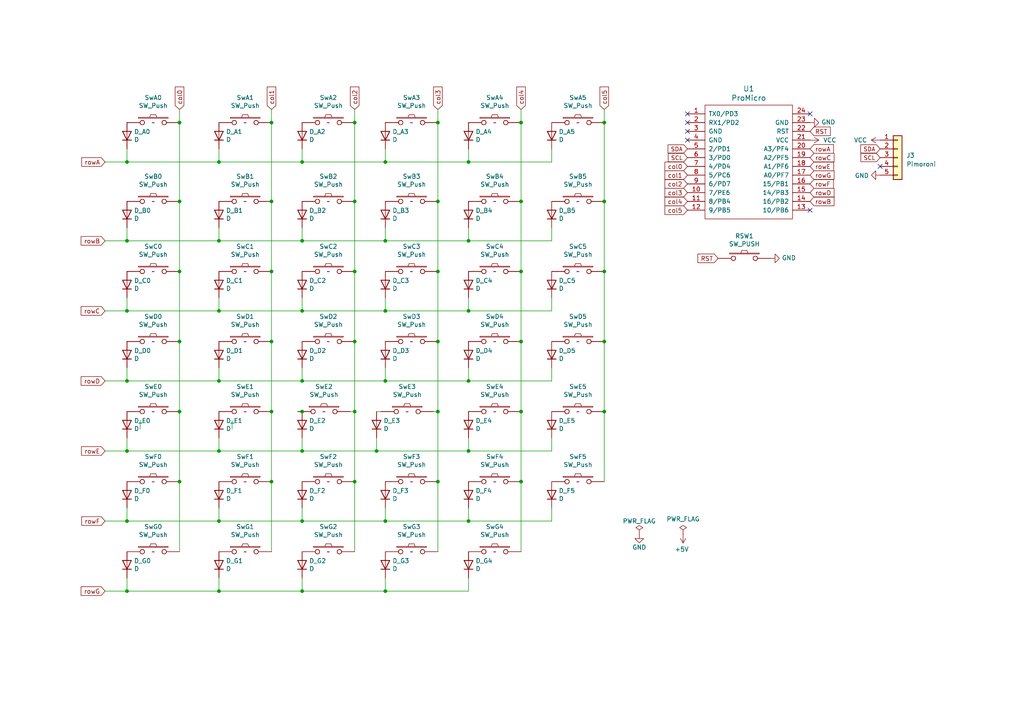
<source format=kicad_sch>
(kicad_sch (version 20230121) (generator eeschema)
  (paper "A4")
  (title_block (title "rev41lp") (date "2021-04-01") (rev "0.2") (company "B_sides"))
  (lib_symbols
    (symbol "Connector_Generic:Conn_01x05" (pin_names (offset 1.016) hide)
      (property "Reference" "J" (at 0 7.62 0))
      (property "Value" "Conn_01x05" (at 0 -7.62 0))
      (symbol "Conn_01x05_1_1"
        (rectangle (start -1.27 -4.953) (end 0 -5.207) (stroke (width 0.1524)))
        (rectangle (start -1.27 -2.413) (end 0 -2.667) (stroke (width 0.1524)))
        (rectangle (start -1.27 0.127) (end 0 -0.127) (stroke (width 0.1524)))
        (rectangle (start -1.27 2.667) (end 0 2.413) (stroke (width 0.1524)))
        (rectangle (start -1.27 5.207) (end 0 4.953) (stroke (width 0.1524)))
        (rectangle (start -1.27 6.35) (end 1.27 -6.35) (stroke (width 0.254)) (fill (type background)))
        (pin passive line (at -5.08 5.08 0) (length 3.81) (name "Pin_1") (number "1"))
        (pin passive line (at -5.08 2.54 0) (length 3.81) (name "Pin_2") (number "2"))
        (pin passive line (at -5.08 0 0) (length 3.81) (name "Pin_3") (number "3"))
        (pin passive line (at -5.08 -2.54 0) (length 3.81) (name "Pin_4") (number "4"))
        (pin passive line (at -5.08 -5.08 0) (length 3.81) (name "Pin_5") (number "5"))
      )
    )
    (symbol "Device:D" (pin_numbers hide) (pin_names (offset 1.016) hide)
      (property "Reference" "D" (at 0 2.54 0))
      (property "Value" "D" (at 0 -2.54 0))
      (symbol "D_0_1"
        (polyline (pts (xy -1.27 1.27) (xy -1.27 -1.27)) (stroke (width 0.254)))
        (polyline (pts (xy 1.27 0) (xy -1.27 0)))
        (polyline (pts (xy 1.27 1.27) (xy 1.27 -1.27) (xy -1.27 0) (xy 1.27 1.27)) (stroke (width 0.254)))
      )
      (symbol "D_1_1"
        (pin passive line (at -3.81 0 0) (length 2.54) (name "K") (number "1"))
        (pin passive line (at 3.81 0 180) (length 2.54) (name "A") (number "2"))
      )
    )
    (symbol "kbd:SW_PUSH" (pin_numbers hide) (pin_names (offset 1.016) hide)
      (property "Reference" "SW" (at 3.81 2.794 0))
      (property "Value" "SW_PUSH" (at 0 -2.032 0))
      (symbol "SW_PUSH_0_1"
        (rectangle (start -4.318 1.27) (end 4.318 1.524))
        (polyline (pts (xy -1.016 1.524) (xy -0.762 2.286) (xy 0.762 2.286) (xy 1.016 1.524)))
        (pin passive inverted (at -7.62 0 0) (length 5.08) (name "1") (number "1"))
        (pin passive inverted (at 7.62 0 180) (length 5.08) (name "2") (number "2"))
      )
    )
    (symbol "keebMCU:ProMicro" (pin_names (offset 1.016))
      (property "Reference" "U" (at 0 0 0))
      (property "Value" "ProMicro" (at 0 -19.05 0))
      (symbol "ProMicro_0_1"
        (rectangle (start -12.7 -16.51) (end 12.7 16.51))
      )
      (symbol "ProMicro_1_1"
        (pin input line (at -17.78 13.97 0) (length 5.08) (name "TX0/PD3") (number "1"))
        (pin input line (at -17.78 -8.89 0) (length 5.08) (name "7/PE6") (number "10"))
        (pin input line (at -17.78 -11.43 0) (length 5.08) (name "8/PB4") (number "11"))
        (pin input line (at -17.78 -13.97 0) (length 5.08) (name "9/PB5") (number "12"))
        (pin input line (at 17.78 -13.97 180) (length 5.08) (name "10/PB6") (number "13"))
        (pin input line (at 17.78 -11.43 180) (length 5.08) (name "16/PB2") (number "14"))
        (pin input line (at 17.78 -8.89 180) (length 5.08) (name "14/PB3") (number "15"))
        (pin input line (at 17.78 -6.35 180) (length 5.08) (name "15/PB1") (number "16"))
        (pin input line (at 17.78 -3.81 180) (length 5.08) (name "A0/PF7") (number "17"))
        (pin input line (at 17.78 -1.27 180) (length 5.08) (name "A1/PF6") (number "18"))
        (pin input line (at 17.78 1.27 180) (length 5.08) (name "A2/PF5") (number "19"))
        (pin input line (at -17.78 11.43 0) (length 5.08) (name "RX1/PD2") (number "2"))
        (pin input line (at 17.78 3.81 180) (length 5.08) (name "A3/PF4") (number "20"))
        (pin input line (at 17.78 6.35 180) (length 5.08) (name "VCC") (number "21"))
        (pin input line (at 17.78 8.89 180) (length 5.08) (name "RST") (number "22"))
        (pin input line (at 17.78 11.43 180) (length 5.08) (name "GND") (number "23"))
        (pin input line (at 17.78 13.97 180) (length 5.08) (name "~") (number "24"))
        (pin input line (at -17.78 8.89 0) (length 5.08) (name "GND") (number "3"))
        (pin input line (at -17.78 6.35 0) (length 5.08) (name "GND") (number "4"))
        (pin input line (at -17.78 3.81 0) (length 5.08) (name "2/PD1") (number "5"))
        (pin input line (at -17.78 1.27 0) (length 5.08) (name "3/PD0") (number "6"))
        (pin input line (at -17.78 -1.27 0) (length 5.08) (name "4/PD4") (number "7"))
        (pin input line (at -17.78 -3.81 0) (length 5.08) (name "5/PC6") (number "8"))
        (pin input line (at -17.78 -6.35 0) (length 5.08) (name "6/PD7") (number "9"))
      )
    )
    (symbol "power:+5V" (power) (pin_names (offset 0))
      (property "Value" "+5V" (at 0 3.556 0))
      (symbol "+5V_0_1"
        (polyline (pts (xy -0.762 1.27) (xy 0 2.54)))
        (polyline (pts (xy 0 0) (xy 0 2.54)))
        (polyline (pts (xy 0 2.54) (xy 0.762 1.27)))
      )
      (symbol "+5V_1_1"
        (pin power_in line (at 0 0 90) (length 0) hide (name "+5V") (number "1"))
      )
    )
    (symbol "power:GND" (power) (pin_names (offset 0))
      (property "Value" "GND" (at 0 -3.81 0))
      (symbol "GND_0_1"
        (polyline (pts (xy 0 0) (xy 0 -1.27) (xy 1.27 -1.27) (xy 0 -2.54) (xy -1.27 -1.27) (xy 0 -1.27)))
      )
      (symbol "GND_1_1"
        (pin power_in line (at 0 0 270) (length 0) hide (name "GND") (number "1"))
      )
    )
    (symbol "power:PWR_FLAG" (power) (pin_numbers hide) (pin_names (offset 0) hide)
      (property "Value" "PWR_FLAG" (at 0 3.81 0))
      (symbol "PWR_FLAG_0_0"
        (pin power_out line (at 0 0 90) (length 0) (name "pwr") (number "1"))
      )
      (symbol "PWR_FLAG_0_1"
        (polyline (pts (xy 0 0) (xy 0 1.27) (xy -1.016 1.905) (xy 0 2.54) (xy 1.016 1.905) (xy 0 1.27)))
      )
    )
    (symbol "power:VCC" (power) (pin_names (offset 0))
      (property "Value" "VCC" (at 0 3.81 0))
      (symbol "VCC_0_1"
        (polyline (pts (xy -0.762 1.27) (xy 0 2.54)))
        (polyline (pts (xy 0 0) (xy 0 2.54)))
        (polyline (pts (xy 0 2.54) (xy 0.762 1.27)))
      )
      (symbol "VCC_1_1"
        (pin power_in line (at 0 0 90) (length 0) hide (name "VCC") (number "1"))
      )
    )
    (symbol "reviung41-rescue:SW_PUSH-_reviung-kbd" (pin_numbers hide) (pin_names (offset 1.016) hide)
      (property "Reference" "SW" (at 3.81 2.794 0))
      (property "Value" "SW_PUSH-_reviung-kbd" (at 0 -2.032 0))
      (symbol "SW_PUSH-_reviung-kbd_0_1"
        (rectangle (start -4.318 1.27) (end 4.318 1.524))
        (polyline (pts (xy -1.016 1.524) (xy -0.762 2.286) (xy 0.762 2.286) (xy 1.016 1.524)))
        (pin passive inverted (at -7.62 0 0) (length 5.08) (name "1") (number "1"))
        (pin passive inverted (at 7.62 0 180) (length 5.08) (name "2") (number "2"))
      )
    )
  )
  (junction (at 135.89 90.17))
  (junction (at 151.13 35.56))
  (junction (at 36.83 130.81))
  (junction (at 109.22 130.81))
  (junction (at 63.5 110.49))
  (junction (at 175.26 58.42))
  (junction (at 63.5 69.85))
  (junction (at 87.63 171.45))
  (junction (at 63.5 171.45))
  (junction (at 36.83 171.45))
  (junction (at 36.83 151.13))
  (junction (at 87.63 69.85))
  (junction (at 111.76 171.45))
  (junction (at 127 139.7))
  (junction (at 151.13 78.74))
  (junction (at 36.83 90.17))
  (junction (at 111.76 46.99))
  (junction (at 102.87 35.56))
  (junction (at 111.76 69.85))
  (junction (at 87.63 110.49))
  (junction (at 63.5 90.17))
  (junction (at 78.74 119.38))
  (junction (at 36.83 110.49))
  (junction (at 78.74 58.42))
  (junction (at 63.5 130.81))
  (junction (at 102.87 119.38))
  (junction (at 87.63 119.38))
  (junction (at 78.74 35.56))
  (junction (at 151.13 58.42))
  (junction (at 175.26 35.56))
  (junction (at 102.87 139.7))
  (junction (at 135.89 130.81))
  (junction (at 151.13 139.7))
  (junction (at 127 58.42))
  (junction (at 175.26 78.74))
  (junction (at 52.07 58.42))
  (junction (at 127 78.74))
  (junction (at 151.13 99.06))
  (junction (at 175.26 99.06))
  (junction (at 102.87 78.74))
  (junction (at 127 119.38))
  (junction (at 135.89 69.85))
  (junction (at 135.89 110.49))
  (junction (at 135.89 46.99))
  (junction (at 63.5 151.13))
  (junction (at 111.76 151.13))
  (junction (at 135.89 151.13))
  (junction (at 87.63 130.81))
  (junction (at 111.76 90.17))
  (junction (at 87.63 46.99))
  (junction (at 52.07 99.06))
  (junction (at 36.83 69.85))
  (junction (at 52.07 78.74))
  (junction (at 175.26 119.38))
  (junction (at 127 35.56))
  (junction (at 78.74 99.06))
  (junction (at 52.07 139.7))
  (junction (at 52.07 119.38))
  (junction (at 102.87 99.06))
  (junction (at 63.5 46.99))
  (junction (at 87.63 90.17))
  (junction (at 102.87 58.42))
  (junction (at 52.07 35.56))
  (junction (at 151.13 119.38))
  (junction (at 78.74 78.74))
  (junction (at 78.74 139.7))
  (junction (at 87.63 151.13))
  (junction (at 111.76 110.49))
  (junction (at 127 99.06))
  (junction (at 36.83 46.99))
  (no_connect (at 255.27 48.26))
  (no_connect (at 199.39 38.1))
  (no_connect (at 199.39 35.56))
  (no_connect (at 234.95 60.96))
  (no_connect (at 199.39 33.02))
  (no_connect (at 234.95 33.02))
  (no_connect (at 199.39 40.64))
  (wire (pts (xy 151.13 139.7) (xy 151.13 160.02)))
  (wire (pts (xy 87.63 147.32) (xy 87.63 151.13)))
  (wire (pts (xy 63.5 69.85) (xy 87.63 69.85)))
  (wire (pts (xy 87.63 46.99) (xy 111.76 46.99)))
  (wire (pts (xy 30.48 151.13) (xy 36.83 151.13)))
  (wire (pts (xy 63.5 167.64) (xy 63.5 171.45)))
  (wire (pts (xy 175.26 78.74) (xy 175.26 99.06)))
  (wire (pts (xy 78.74 119.38) (xy 78.74 139.7)))
  (wire (pts (xy 30.48 46.99) (xy 36.83 46.99)))
  (wire (pts (xy 63.5 151.13) (xy 36.83 151.13)))
  (wire (pts (xy 151.13 35.56) (xy 149.86 35.56)))
  (wire (pts (xy 63.5 46.99) (xy 87.63 46.99)))
  (wire (pts (xy 30.48 69.85) (xy 36.83 69.85)))
  (wire (pts (xy 36.83 90.17) (xy 63.5 90.17)))
  (wire (pts (xy 36.83 167.64) (xy 36.83 171.45)))
  (wire (pts (xy 135.89 66.04) (xy 135.89 69.85)))
  (wire (pts (xy 36.83 69.85) (xy 63.5 69.85)))
  (wire (pts (xy 63.5 43.18) (xy 63.5 46.99)))
  (wire (pts (xy 78.74 139.7) (xy 78.74 160.02)))
  (wire (pts (xy 36.83 106.68) (xy 36.83 110.49)))
  (wire (pts (xy 30.48 130.81) (xy 36.83 130.81)))
  (wire (pts (xy 87.63 43.18) (xy 87.63 46.99)))
  (wire (pts (xy 175.26 58.42) (xy 175.26 78.74)))
  (wire (pts (xy 175.26 31.75) (xy 175.26 35.56)))
  (wire (pts (xy 102.87 58.42) (xy 102.87 78.74)))
  (wire (pts (xy 102.87 119.38) (xy 102.87 139.7)))
  (wire (pts (xy 111.76 106.68) (xy 111.76 110.49)))
  (wire (pts (xy 36.83 147.32) (xy 36.83 151.13)))
  (wire (pts (xy 160.02 43.18) (xy 160.02 46.99)))
  (wire (pts (xy 30.48 90.17) (xy 36.83 90.17)))
  (wire (pts (xy 151.13 31.75) (xy 151.13 35.56)))
  (wire (pts (xy 78.74 35.56) (xy 78.74 58.42)))
  (wire (pts (xy 160.02 110.49) (xy 135.89 110.49)))
  (wire (pts (xy 87.63 127) (xy 87.63 130.81)))
  (wire (pts (xy 87.63 119.38) (xy 86.36 119.38)))
  (wire (pts (xy 102.87 139.7) (xy 102.87 160.02)))
  (wire (pts (xy 109.22 127) (xy 109.22 130.81)))
  (wire (pts (xy 63.5 147.32) (xy 63.5 151.13)))
  (wire (pts (xy 127 119.38) (xy 127 139.7)))
  (wire (pts (xy 52.07 139.7) (xy 52.07 160.02)))
  (wire (pts (xy 87.63 167.64) (xy 87.63 171.45)))
  (wire (pts (xy 52.07 119.38) (xy 52.07 139.7)))
  (wire (pts (xy 151.13 78.74) (xy 151.13 99.06)))
  (wire (pts (xy 102.87 35.56) (xy 102.87 58.42)))
  (wire (pts (xy 78.74 78.74) (xy 78.74 99.06)))
  (wire (pts (xy 36.83 171.45) (xy 63.5 171.45)))
  (wire (pts (xy 63.5 106.68) (xy 63.5 110.49)))
  (wire (pts (xy 87.63 151.13) (xy 111.76 151.13)))
  (wire (pts (xy 135.89 130.81) (xy 109.22 130.81)))
  (wire (pts (xy 30.48 110.49) (xy 36.83 110.49)))
  (wire (pts (xy 160.02 86.36) (xy 160.02 90.17)))
  (wire (pts (xy 160.02 90.17) (xy 135.89 90.17)))
  (wire (pts (xy 40.64 121.92) (xy 40.64 124.46)))
  (wire (pts (xy 52.07 35.56) (xy 52.07 58.42)))
  (wire (pts (xy 63.5 127) (xy 63.5 130.81)))
  (wire (pts (xy 127 99.06) (xy 127 119.38)))
  (wire (pts (xy 87.63 90.17) (xy 63.5 90.17)))
  (wire (pts (xy 78.74 99.06) (xy 78.74 119.38)))
  (wire (pts (xy 102.87 99.06) (xy 102.87 119.38)))
  (wire (pts (xy 135.89 90.17) (xy 111.76 90.17)))
  (wire (pts (xy 87.63 106.68) (xy 87.63 110.49)))
  (wire (pts (xy 36.83 127) (xy 36.83 130.81)))
  (wire (pts (xy 127 35.56) (xy 127 58.42)))
  (wire (pts (xy 135.89 167.64) (xy 135.89 171.45)))
  (wire (pts (xy 87.63 171.45) (xy 111.76 171.45)))
  (wire (pts (xy 87.63 130.81) (xy 63.5 130.81)))
  (wire (pts (xy 111.76 86.36) (xy 111.76 90.17)))
  (wire (pts (xy 111.76 69.85) (xy 135.89 69.85)))
  (wire (pts (xy 127 31.75) (xy 127 35.56)))
  (wire (pts (xy 151.13 99.06) (xy 151.13 119.38)))
  (wire (pts (xy 110.49 119.38) (xy 109.22 119.38)))
  (wire (pts (xy 78.74 31.75) (xy 78.74 35.56)))
  (wire (pts (xy 160.02 69.85) (xy 135.89 69.85)))
  (wire (pts (xy 135.89 151.13) (xy 111.76 151.13)))
  (wire (pts (xy 36.83 66.04) (xy 36.83 69.85)))
  (wire (pts (xy 111.76 66.04) (xy 111.76 69.85)))
  (wire (pts (xy 160.02 130.81) (xy 135.89 130.81)))
  (wire (pts (xy 63.5 171.45) (xy 87.63 171.45)))
  (wire (pts (xy 160.02 106.68) (xy 160.02 110.49)))
  (wire (pts (xy 109.22 130.81) (xy 87.63 130.81)))
  (wire (pts (xy 52.07 58.42) (xy 52.07 78.74)))
  (wire (pts (xy 127 119.38) (xy 125.73 119.38)))
  (wire (pts (xy 102.87 78.74) (xy 102.87 99.06)))
  (wire (pts (xy 111.76 46.99) (xy 135.89 46.99)))
  (wire (pts (xy 63.5 130.81) (xy 36.83 130.81)))
  (wire (pts (xy 151.13 119.38) (xy 151.13 139.7)))
  (wire (pts (xy 127 58.42) (xy 127 78.74)))
  (wire (pts (xy 63.5 86.36) (xy 63.5 90.17)))
  (wire (pts (xy 87.63 90.17) (xy 111.76 90.17)))
  (wire (pts (xy 135.89 171.45) (xy 111.76 171.45)))
  (wire (pts (xy 30.48 171.45) (xy 36.83 171.45)))
  (wire (pts (xy 111.76 43.18) (xy 111.76 46.99)))
  (wire (pts (xy 160.02 127) (xy 160.02 130.81)))
  (wire (pts (xy 87.63 86.36) (xy 87.63 90.17)))
  (wire (pts (xy 111.76 147.32) (xy 111.76 151.13)))
  (wire (pts (xy 87.63 119.38) (xy 88.9 119.38)))
  (wire (pts (xy 52.07 31.75) (xy 52.07 35.56)))
  (wire (pts (xy 36.83 86.36) (xy 36.83 90.17)))
  (wire (pts (xy 102.87 119.38) (xy 101.6 119.38)))
  (wire (pts (xy 135.89 86.36) (xy 135.89 90.17)))
  (wire (pts (xy 135.89 110.49) (xy 111.76 110.49)))
  (wire (pts (xy 151.13 58.42) (xy 151.13 78.74)))
  (wire (pts (xy 67.31 121.92) (xy 67.31 124.46)))
  (wire (pts (xy 135.89 147.32) (xy 135.89 151.13)))
  (wire (pts (xy 135.89 43.18) (xy 135.89 46.99)))
  (wire (pts (xy 87.63 151.13) (xy 63.5 151.13)))
  (wire (pts (xy 87.63 110.49) (xy 63.5 110.49)))
  (wire (pts (xy 87.63 110.49) (xy 111.76 110.49)))
  (wire (pts (xy 151.13 35.56) (xy 151.13 58.42)))
  (wire (pts (xy 135.89 127) (xy 135.89 130.81)))
  (wire (pts (xy 36.83 43.18) (xy 36.83 46.99)))
  (wire (pts (xy 175.26 35.56) (xy 175.26 58.42)))
  (wire (pts (xy 102.87 31.75) (xy 102.87 35.56)))
  (wire (pts (xy 52.07 78.74) (xy 52.07 99.06)))
  (wire (pts (xy 52.07 99.06) (xy 52.07 119.38)))
  (wire (pts (xy 135.89 106.68) (xy 135.89 110.49)))
  (wire (pts (xy 63.5 66.04) (xy 63.5 69.85)))
  (wire (pts (xy 111.76 167.64) (xy 111.76 171.45)))
  (wire (pts (xy 160.02 46.99) (xy 135.89 46.99)))
  (wire (pts (xy 127 139.7) (xy 127 160.02)))
  (wire (pts (xy 127 78.74) (xy 127 99.06)))
  (wire (pts (xy 78.74 58.42) (xy 78.74 78.74)))
  (wire (pts (xy 87.63 69.85) (xy 111.76 69.85)))
  (wire (pts (xy 87.63 66.04) (xy 87.63 69.85)))
  (wire (pts (xy 175.26 119.38) (xy 175.26 139.7)))
  (wire (pts (xy 63.5 110.49) (xy 36.83 110.49)))
  (wire (pts (xy 175.26 99.06) (xy 175.26 119.38)))
  (wire (pts (xy 160.02 66.04) (xy 160.02 69.85)))
  (wire (pts (xy 36.83 46.99) (xy 63.5 46.99)))
  (wire (pts (xy 160.02 151.13) (xy 135.89 151.13)))
  (wire (pts (xy 160.02 147.32) (xy 160.02 151.13)))
  (global_label "rowC" (shape input) (at 30.48 90.17 180) (property "Intersheetrefs" "${INTERSHEET_REFS}" (effects hide)))
  (global_label "rowG" (shape input) (at 234.95 50.8 0) (property "Intersheetrefs" "${INTERSHEET_REFS}" (effects hide)))
  (global_label "col2" (shape input) (at 199.39 53.34 180) (property "Intersheetrefs" "${INTERSHEET_REFS}" (effects hide)))
  (global_label "col1" (shape input) (at 78.74 31.75 90) (property "Intersheetrefs" "${INTERSHEET_REFS}" (effects hide)))
  (global_label "rowB" (shape input) (at 234.95 58.42 0) (property "Intersheetrefs" "${INTERSHEET_REFS}" (effects hide)))
  (global_label "col0" (shape input) (at 199.39 48.26 180) (property "Intersheetrefs" "${INTERSHEET_REFS}" (effects hide)))
  (global_label "col5" (shape input) (at 175.26 31.75 90) (property "Intersheetrefs" "${INTERSHEET_REFS}" (effects hide)))
  (global_label "rowE" (shape input) (at 234.95 48.26 0) (property "Intersheetrefs" "${INTERSHEET_REFS}" (effects hide)))
  (global_label "col4" (shape input) (at 199.39 58.42 180) (property "Intersheetrefs" "${INTERSHEET_REFS}" (effects hide)))
  (global_label "rowD" (shape input) (at 30.48 110.49 180) (property "Intersheetrefs" "${INTERSHEET_REFS}" (effects hide)))
  (global_label "SCL" (shape input) (at 199.39 45.72 180) (effects (font (size 1.1938 1.1938))) (property "Intersheetrefs" "${INTERSHEET_REFS}" (effects hide)))
  (global_label "RST" (shape input) (at 234.95 38.1 0) (property "Intersheetrefs" "${INTERSHEET_REFS}" (effects hide)))
  (global_label "rowG" (shape input) (at 30.48 171.45 180) (property "Intersheetrefs" "${INTERSHEET_REFS}" (effects hide)))
  (global_label "rowE" (shape input) (at 30.48 130.81 180) (property "Intersheetrefs" "${INTERSHEET_REFS}" (effects hide)))
  (global_label "rowF" (shape input) (at 30.48 151.13 180) (property "Intersheetrefs" "${INTERSHEET_REFS}" (effects hide)))
  (global_label "col5" (shape input) (at 199.39 60.96 180) (property "Intersheetrefs" "${INTERSHEET_REFS}" (effects hide)))
  (global_label "SCL" (shape input) (at 255.27 45.72 180) (effects (font (size 1.1938 1.1938))) (property "Intersheetrefs" "${INTERSHEET_REFS}" (effects hide)))
  (global_label "rowA" (shape input) (at 30.48 46.99 180) (property "Intersheetrefs" "${INTERSHEET_REFS}" (effects hide)))
  (global_label "col3" (shape input) (at 199.39 55.88 180) (property "Intersheetrefs" "${INTERSHEET_REFS}" (effects hide)))
  (global_label "SDA" (shape input) (at 255.27 43.18 180) (effects (font (size 1.1938 1.1938))) (property "Intersheetrefs" "${INTERSHEET_REFS}" (effects hide)))
  (global_label "RST" (shape input) (at 208.28 74.93 180) (property "Intersheetrefs" "${INTERSHEET_REFS}" (effects hide)))
  (global_label "col4" (shape input) (at 151.13 31.75 90) (property "Intersheetrefs" "${INTERSHEET_REFS}" (effects hide)))
  (global_label "col2" (shape input) (at 102.87 31.75 90) (property "Intersheetrefs" "${INTERSHEET_REFS}" (effects hide)))
  (global_label "rowA" (shape input) (at 234.95 43.18 0) (property "Intersheetrefs" "${INTERSHEET_REFS}" (effects hide)))
  (global_label "rowB" (shape input) (at 30.48 69.85 180) (property "Intersheetrefs" "${INTERSHEET_REFS}" (effects hide)))
  (global_label "col1" (shape input) (at 199.39 50.8 180) (property "Intersheetrefs" "${INTERSHEET_REFS}" (effects hide)))
  (global_label "rowC" (shape input) (at 234.95 45.72 0) (property "Intersheetrefs" "${INTERSHEET_REFS}" (effects hide)))
  (global_label "col3" (shape input) (at 127 31.75 90) (property "Intersheetrefs" "${INTERSHEET_REFS}" (effects hide)))
  (global_label "rowD" (shape input) (at 234.95 55.88 0) (property "Intersheetrefs" "${INTERSHEET_REFS}" (effects hide)))
  (global_label "col0" (shape input) (at 52.07 31.75 90) (property "Intersheetrefs" "${INTERSHEET_REFS}" (effects hide)))
  (global_label "rowF" (shape input) (at 234.95 53.34 0) (property "Intersheetrefs" "${INTERSHEET_REFS}" (effects hide)))
  (global_label "SDA" (shape input) (at 199.39 43.18 180) (effects (font (size 1.1938 1.1938))) (property "Intersheetrefs" "${INTERSHEET_REFS}" (effects hide)))
  (symbol (lib_id "keebMCU:ProMicro") (at 217.17 46.99 0) (unit 1)
    (property "Reference" "U1" (at 217.17 25.7302 0) (effects (font (size 1.524 1.524))))
    (property "Value" "ProMicro" (at 217.17 28.4226 0) (effects (font (size 1.524 1.524))))
    (property "Footprint" "keeblib:ArduinoProMicro" (effects hide))
  )
  (symbol (lib_id "power:PWR_FLAG") (at 185.42 154.94 0) (unit 1)
    (property "Reference" "#FLG0101" (effects hide))
    (property "Value" "PWR_FLAG" (at 185.42 151.13 0))
  )
  (symbol (lib_id "power:GND") (at 185.42 154.94 0) (unit 1)
    (property "Reference" "#PWR0101" (effects hide))
    (property "Value" "GND" (at 185.42 158.75 0))
  )
  (symbol (lib_id "power:GND") (at 234.95 35.56 90) (unit 1)
    (property "Reference" "#PWR0102" (effects hide))
    (property "Value" "GND" (at 238.2012 35.433 90) (effects (justify right)))
  )
  (symbol (lib_id "kbd:SW_PUSH") (at 44.45 35.56 0) (unit 1)
    (property "Reference" "SwA0" (at 44.45 28.321 0))
    (property "Value" "SW_Push" (at 44.45 30.6324 0))
    (property "Footprint" "keyswitches:Kailh_socket_PG1350_optional" (effects hide))
    (property "Datasheet" "~" (at 44.45 35.56 0))
  )
  (symbol (lib_id "Device:D") (at 36.83 39.37 90) (unit 1)
    (property "Reference" "D_A0" (at 38.862 38.2016 90) (effects (justify right)))
    (property "Value" "D" (at 38.862 40.513 90) (effects (justify right)))
    (property "Footprint" "Diode_SMD:D_1206_3216Metric_Pad1.42x1.75mm_HandSolder" (effects hide))
  )
  (symbol (lib_id "power:+5V") (at 198.12 154.94 180) (unit 1)
    (property "Reference" "#PWR0110" (effects hide))
    (property "Value" "+5V" (at 197.739 159.3342 0))
  )
  (symbol (lib_id "Device:D") (at 36.83 62.23 90) (unit 1)
    (property "Reference" "D_B0" (at 38.862 61.0616 90) (effects (justify right)))
    (property "Value" "D" (at 38.862 63.373 90) (effects (justify right)))
    (property "Footprint" "Diode_SMD:D_1206_3216Metric_Pad1.42x1.75mm_HandSolder" (effects hide))
  )
  (symbol (lib_id "kbd:SW_PUSH") (at 44.45 58.42 0) (unit 1)
    (property "Reference" "SwB0" (at 44.45 51.181 0))
    (property "Value" "SW_Push" (at 44.45 53.4924 0))
    (property "Footprint" "keyswitches:Kailh_socket_PG1350_optional" (effects hide))
    (property "Datasheet" "~" (at 44.45 58.42 0))
  )
  (symbol (lib_id "Device:D") (at 63.5 39.37 90) (unit 1)
    (property "Reference" "D_A1" (at 65.532 38.2016 90) (effects (justify right)))
    (property "Value" "D" (at 65.532 40.513 90) (effects (justify right)))
    (property "Footprint" "Diode_SMD:D_1206_3216Metric_Pad1.42x1.75mm_HandSolder" (effects hide))
  )
  (symbol (lib_id "kbd:SW_PUSH") (at 71.12 35.56 0) (unit 1)
    (property "Reference" "SwA1" (at 71.12 28.321 0))
    (property "Value" "SW_Push" (at 71.12 30.6324 0))
    (property "Footprint" "keyswitches:Kailh_socket_PG1350_optional" (effects hide))
    (property "Datasheet" "~" (at 71.12 35.56 0))
  )
  (symbol (lib_id "Device:D") (at 63.5 62.23 90) (unit 1)
    (property "Reference" "D_B1" (at 65.532 61.0616 90) (effects (justify right)))
    (property "Value" "D" (at 65.532 63.373 90) (effects (justify right)))
    (property "Footprint" "Diode_SMD:D_1206_3216Metric_Pad1.42x1.75mm_HandSolder" (effects hide))
  )
  (symbol (lib_id "kbd:SW_PUSH") (at 71.12 58.42 0) (unit 1)
    (property "Reference" "SwB1" (at 71.12 51.181 0))
    (property "Value" "SW_Push" (at 71.12 53.4924 0))
    (property "Footprint" "keyswitches:Kailh_socket_PG1350_optional" (effects hide))
    (property "Datasheet" "~" (at 71.12 58.42 0))
  )
  (symbol (lib_id "Device:D") (at 36.83 82.55 90) (unit 1)
    (property "Reference" "D_C0" (at 38.862 81.3816 90) (effects (justify right)))
    (property "Value" "D" (at 38.862 83.693 90) (effects (justify right)))
    (property "Footprint" "Diode_SMD:D_1206_3216Metric_Pad1.42x1.75mm_HandSolder" (effects hide))
  )
  (symbol (lib_id "kbd:SW_PUSH") (at 44.45 78.74 0) (unit 1)
    (property "Reference" "SwC0" (at 44.45 71.501 0))
    (property "Value" "SW_Push" (at 44.45 73.8124 0))
    (property "Footprint" "keyswitches:Kailh_socket_PG1350_optional" (effects hide))
    (property "Datasheet" "~" (at 44.45 78.74 0))
  )
  (symbol (lib_id "Device:D") (at 36.83 102.87 90) (unit 1)
    (property "Reference" "D_D0" (at 38.862 101.7016 90) (effects (justify right)))
    (property "Value" "D" (at 38.862 104.013 90) (effects (justify right)))
    (property "Footprint" "Diode_SMD:D_1206_3216Metric_Pad1.42x1.75mm_HandSolder" (effects hide))
  )
  (symbol (lib_id "kbd:SW_PUSH") (at 44.45 99.06 0) (unit 1)
    (property "Reference" "SwD0" (at 44.45 91.821 0))
    (property "Value" "SW_Push" (at 44.45 94.1324 0))
    (property "Footprint" "keyswitches:Kailh_socket_PG1350_optional" (effects hide))
    (property "Datasheet" "~" (at 44.45 99.06 0))
  )
  (symbol (lib_id "Device:D") (at 63.5 82.55 90) (unit 1)
    (property "Reference" "D_C1" (at 65.532 81.3816 90) (effects (justify right)))
    (property "Value" "D" (at 65.532 83.693 90) (effects (justify right)))
    (property "Footprint" "Diode_SMD:D_1206_3216Metric_Pad1.42x1.75mm_HandSolder" (effects hide))
  )
  (symbol (lib_id "kbd:SW_PUSH") (at 71.12 78.74 0) (unit 1)
    (property "Reference" "SwC1" (at 71.12 71.501 0))
    (property "Value" "SW_Push" (at 71.12 73.8124 0))
    (property "Footprint" "keyswitches:Kailh_socket_PG1350_optional" (effects hide))
    (property "Datasheet" "~" (at 71.12 78.74 0))
  )
  (symbol (lib_id "Device:D") (at 63.5 102.87 90) (unit 1)
    (property "Reference" "D_D1" (at 65.532 101.7016 90) (effects (justify right)))
    (property "Value" "D" (at 65.532 104.013 90) (effects (justify right)))
    (property "Footprint" "Diode_SMD:D_1206_3216Metric_Pad1.42x1.75mm_HandSolder" (effects hide))
  )
  (symbol (lib_id "kbd:SW_PUSH") (at 71.12 99.06 0) (unit 1)
    (property "Reference" "SwD1" (at 71.12 91.821 0))
    (property "Value" "SW_Push" (at 71.12 94.1324 0))
    (property "Footprint" "keyswitches:Kailh_socket_PG1350_optional" (effects hide))
    (property "Datasheet" "~" (at 71.12 99.06 0))
  )
  (symbol (lib_id "Device:D") (at 36.83 123.19 90) (unit 1)
    (property "Reference" "D_E0" (at 38.862 122.0216 90) (effects (justify right)))
    (property "Value" "D" (at 38.862 124.333 90) (effects (justify right)))
    (property "Footprint" "Diode_SMD:D_1206_3216Metric_Pad1.42x1.75mm_HandSolder" (effects hide))
  )
  (symbol (lib_id "kbd:SW_PUSH") (at 44.45 119.38 0) (unit 1)
    (property "Reference" "SwE0" (at 44.45 112.141 0))
    (property "Value" "SW_Push" (at 44.45 114.4524 0))
    (property "Footprint" "keyswitches:Kailh_socket_PG1350_optional" (effects hide))
    (property "Datasheet" "~" (at 44.45 119.38 0))
  )
  (symbol (lib_id "Device:D") (at 36.83 143.51 90) (unit 1)
    (property "Reference" "D_F0" (at 38.862 142.3416 90) (effects (justify right)))
    (property "Value" "D" (at 38.862 144.653 90) (effects (justify right)))
    (property "Footprint" "Diode_SMD:D_1206_3216Metric_Pad1.42x1.75mm_HandSolder" (effects hide))
  )
  (symbol (lib_id "kbd:SW_PUSH") (at 44.45 139.7 0) (unit 1)
    (property "Reference" "SwF0" (at 44.45 132.461 0))
    (property "Value" "SW_Push" (at 44.45 134.7724 0))
    (property "Footprint" "keyswitches:Kailh_socket_PG1350_optional" (effects hide))
    (property "Datasheet" "~" (at 44.45 139.7 0))
  )
  (symbol (lib_id "Device:D") (at 63.5 123.19 90) (unit 1)
    (property "Reference" "D_E1" (at 65.532 122.0216 90) (effects (justify right)))
    (property "Value" "D" (at 65.532 124.333 90) (effects (justify right)))
    (property "Footprint" "Diode_SMD:D_1206_3216Metric_Pad1.42x1.75mm_HandSolder" (effects hide))
  )
  (symbol (lib_id "kbd:SW_PUSH") (at 71.12 119.38 0) (unit 1)
    (property "Reference" "SwE1" (at 71.12 112.141 0))
    (property "Value" "SW_Push" (at 71.12 114.4524 0))
    (property "Footprint" "keyswitches:Kailh_socket_PG1350_optional" (effects hide))
    (property "Datasheet" "~" (at 71.12 119.38 0))
  )
  (symbol (lib_id "Device:D") (at 63.5 143.51 90) (unit 1)
    (property "Reference" "D_F1" (at 65.532 142.3416 90) (effects (justify right)))
    (property "Value" "D" (at 65.532 144.653 90) (effects (justify right)))
    (property "Footprint" "Diode_SMD:D_1206_3216Metric_Pad1.42x1.75mm_HandSolder" (effects hide))
  )
  (symbol (lib_id "kbd:SW_PUSH") (at 71.12 139.7 0) (unit 1)
    (property "Reference" "SwF1" (at 71.12 132.461 0))
    (property "Value" "SW_Push" (at 71.12 134.7724 0))
    (property "Footprint" "keyswitches:Kailh_socket_PG1350_optional" (effects hide))
    (property "Datasheet" "~" (at 71.12 139.7 0))
  )
  (symbol (lib_id "Device:D") (at 111.76 163.83 90) (unit 1)
    (property "Reference" "D_G3" (at 113.792 162.6616 90) (effects (justify right)))
    (property "Value" "D" (at 113.792 164.973 90) (effects (justify right)))
    (property "Footprint" "Diode_SMD:D_1206_3216Metric_Pad1.42x1.75mm_HandSolder" (effects hide))
  )
  (symbol (lib_id "kbd:SW_PUSH") (at 119.38 160.02 0) (unit 1)
    (property "Reference" "SwG3" (at 119.38 152.781 0))
    (property "Value" "SW_Push" (at 119.38 155.0924 0))
    (property "Footprint" "keyswitches:Kailh_socket_PG1350_optional" (effects hide))
    (property "Datasheet" "~" (at 119.38 160.02 0))
  )
  (symbol (lib_id "Device:D") (at 135.89 163.83 90) (unit 1)
    (property "Reference" "D_G4" (at 137.922 162.6616 90) (effects (justify right)))
    (property "Value" "D" (at 137.922 164.973 90) (effects (justify right)))
    (property "Footprint" "Diode_SMD:D_1206_3216Metric_Pad1.42x1.75mm_HandSolder" (effects hide))
  )
  (symbol (lib_id "kbd:SW_PUSH") (at 143.51 160.02 0) (unit 1)
    (property "Reference" "SwG4" (at 143.51 152.781 0))
    (property "Value" "SW_Push" (at 143.51 155.0924 0))
    (property "Footprint" "keyswitches:Kailh_socket_PG1350_optional" (effects hide))
    (property "Datasheet" "~" (at 143.51 160.02 0))
  )
  (symbol (lib_id "Device:D") (at 87.63 39.37 90) (unit 1)
    (property "Reference" "D_A2" (at 89.662 38.2016 90) (effects (justify right)))
    (property "Value" "D" (at 89.662 40.513 90) (effects (justify right)))
    (property "Footprint" "Diode_SMD:D_1206_3216Metric_Pad1.42x1.75mm_HandSolder" (effects hide))
  )
  (symbol (lib_id "kbd:SW_PUSH") (at 95.25 35.56 0) (unit 1)
    (property "Reference" "SwA2" (at 95.25 28.321 0))
    (property "Value" "SW_Push" (at 95.25 30.6324 0))
    (property "Footprint" "keyswitches:Kailh_socket_PG1350_optional" (effects hide))
    (property "Datasheet" "~" (at 95.25 35.56 0))
  )
  (symbol (lib_id "Device:D") (at 87.63 62.23 90) (unit 1)
    (property "Reference" "D_B2" (at 89.662 61.0616 90) (effects (justify right)))
    (property "Value" "D" (at 89.662 63.373 90) (effects (justify right)))
    (property "Footprint" "Diode_SMD:D_1206_3216Metric_Pad1.42x1.75mm_HandSolder" (effects hide))
  )
  (symbol (lib_id "kbd:SW_PUSH") (at 95.25 58.42 0) (unit 1)
    (property "Reference" "SwB2" (at 95.25 51.181 0))
    (property "Value" "SW_Push" (at 95.25 53.4924 0))
    (property "Footprint" "keyswitches:Kailh_socket_PG1350_optional" (effects hide))
    (property "Datasheet" "~" (at 95.25 58.42 0))
  )
  (symbol (lib_id "Device:D") (at 87.63 82.55 90) (unit 1)
    (property "Reference" "D_C2" (at 89.662 81.3816 90) (effects (justify right)))
    (property "Value" "D" (at 89.662 83.693 90) (effects (justify right)))
    (property "Footprint" "Diode_SMD:D_1206_3216Metric_Pad1.42x1.75mm_HandSolder" (effects hide))
  )
  (symbol (lib_id "kbd:SW_PUSH") (at 95.25 78.74 0) (unit 1)
    (property "Reference" "SwC2" (at 95.25 71.501 0))
    (property "Value" "SW_Push" (at 95.25 73.8124 0))
    (property "Footprint" "keyswitches:Kailh_socket_PG1350_optional" (effects hide))
    (property "Datasheet" "~" (at 95.25 78.74 0))
  )
  (symbol (lib_id "Device:D") (at 87.63 102.87 90) (unit 1)
    (property "Reference" "D_D2" (at 89.662 101.7016 90) (effects (justify right)))
    (property "Value" "D" (at 89.662 104.013 90) (effects (justify right)))
    (property "Footprint" "Diode_SMD:D_1206_3216Metric_Pad1.42x1.75mm_HandSolder" (effects hide))
  )
  (symbol (lib_id "kbd:SW_PUSH") (at 95.25 99.06 0) (unit 1)
    (property "Reference" "SwD2" (at 95.25 91.821 0))
    (property "Value" "SW_Push" (at 95.25 94.1324 0))
    (property "Footprint" "keyswitches:Kailh_socket_PG1350_optional" (effects hide))
    (property "Datasheet" "~" (at 95.25 99.06 0))
  )
  (symbol (lib_id "Device:D") (at 87.63 123.19 90) (unit 1)
    (property "Reference" "D_E2" (at 89.662 122.0216 90) (effects (justify right)))
    (property "Value" "D" (at 89.662 124.333 90) (effects (justify right)))
    (property "Footprint" "Diode_SMD:D_1206_3216Metric_Pad1.42x1.75mm_HandSolder" (effects hide))
  )
  (symbol (lib_id "kbd:SW_PUSH") (at 93.98 119.38 0) (unit 1)
    (property "Reference" "SwE2" (at 93.98 112.141 0))
    (property "Value" "SW_Push" (at 93.98 114.4524 0))
    (property "Footprint" "keyswitches:Kailh_socket_PG1350_optional" (effects hide))
    (property "Datasheet" "~" (at 93.98 119.38 0))
  )
  (symbol (lib_id "Device:D") (at 87.63 143.51 90) (unit 1)
    (property "Reference" "D_F2" (at 89.662 142.3416 90) (effects (justify right)))
    (property "Value" "D" (at 89.662 144.653 90) (effects (justify right)))
    (property "Footprint" "Diode_SMD:D_1206_3216Metric_Pad1.42x1.75mm_HandSolder" (effects hide))
  )
  (symbol (lib_id "kbd:SW_PUSH") (at 95.25 139.7 0) (unit 1)
    (property "Reference" "SwF2" (at 95.25 132.461 0))
    (property "Value" "SW_Push" (at 95.25 134.7724 0))
    (property "Footprint" "keyswitches:Kailh_socket_PG1350_optional" (effects hide))
    (property "Datasheet" "~" (at 95.25 139.7 0))
  )
  (symbol (lib_id "Device:D") (at 111.76 39.37 90) (unit 1)
    (property "Reference" "D_A3" (at 113.792 38.2016 90) (effects (justify right)))
    (property "Value" "D" (at 113.792 40.513 90) (effects (justify right)))
    (property "Footprint" "Diode_SMD:D_1206_3216Metric_Pad1.42x1.75mm_HandSolder" (effects hide))
  )
  (symbol (lib_id "kbd:SW_PUSH") (at 119.38 35.56 0) (unit 1)
    (property "Reference" "SwA3" (at 119.38 28.321 0))
    (property "Value" "SW_Push" (at 119.38 30.6324 0))
    (property "Footprint" "keyswitches:Kailh_socket_PG1350_optional" (effects hide))
    (property "Datasheet" "~" (at 119.38 35.56 0))
  )
  (symbol (lib_id "Device:D") (at 111.76 62.23 90) (unit 1)
    (property "Reference" "D_B3" (at 113.792 61.0616 90) (effects (justify right)))
    (property "Value" "D" (at 113.792 63.373 90) (effects (justify right)))
    (property "Footprint" "Diode_SMD:D_1206_3216Metric_Pad1.42x1.75mm_HandSolder" (effects hide))
  )
  (symbol (lib_id "kbd:SW_PUSH") (at 119.38 58.42 0) (unit 1)
    (property "Reference" "SwB3" (at 119.38 51.181 0))
    (property "Value" "SW_Push" (at 119.38 53.4924 0))
    (property "Footprint" "keyswitches:Kailh_socket_PG1350_optional" (effects hide))
    (property "Datasheet" "~" (at 119.38 58.42 0))
  )
  (symbol (lib_id "Device:D") (at 111.76 82.55 90) (unit 1)
    (property "Reference" "D_C3" (at 113.792 81.3816 90) (effects (justify right)))
    (property "Value" "D" (at 113.792 83.693 90) (effects (justify right)))
    (property "Footprint" "Diode_SMD:D_1206_3216Metric_Pad1.42x1.75mm_HandSolder" (effects hide))
  )
  (symbol (lib_id "kbd:SW_PUSH") (at 119.38 78.74 0) (unit 1)
    (property "Reference" "SwC3" (at 119.38 71.501 0))
    (property "Value" "SW_Push" (at 119.38 73.8124 0))
    (property "Footprint" "keyswitches:Kailh_socket_PG1350_optional" (effects hide))
    (property "Datasheet" "~" (at 119.38 78.74 0))
  )
  (symbol (lib_id "Device:D") (at 111.76 102.87 90) (unit 1)
    (property "Reference" "D_D3" (at 113.792 101.7016 90) (effects (justify right)))
    (property "Value" "D" (at 113.792 104.013 90) (effects (justify right)))
    (property "Footprint" "Diode_SMD:D_1206_3216Metric_Pad1.42x1.75mm_HandSolder" (effects hide))
  )
  (symbol (lib_id "kbd:SW_PUSH") (at 119.38 99.06 0) (unit 1)
    (property "Reference" "SwD3" (at 119.38 91.821 0))
    (property "Value" "SW_Push" (at 119.38 94.1324 0))
    (property "Footprint" "keyswitches:Kailh_socket_PG1350_optional" (effects hide))
    (property "Datasheet" "~" (at 119.38 99.06 0))
  )
  (symbol (lib_id "Device:D") (at 109.22 123.19 90) (unit 1)
    (property "Reference" "D_E3" (at 111.252 122.0216 90) (effects (justify right)))
    (property "Value" "D" (at 111.252 124.333 90) (effects (justify right)))
    (property "Footprint" "Diode_SMD:D_1206_3216Metric_Pad1.42x1.75mm_HandSolder" (effects hide))
  )
  (symbol (lib_id "kbd:SW_PUSH") (at 118.11 119.38 0) (unit 1)
    (property "Reference" "SwE3" (at 118.11 112.141 0))
    (property "Value" "SW_Push" (at 118.11 114.4524 0))
    (property "Footprint" "keyswitches:Kailh_socket_PG1350_optional" (effects hide))
    (property "Datasheet" "~" (at 118.11 119.38 0))
  )
  (symbol (lib_id "Device:D") (at 111.76 143.51 90) (unit 1)
    (property "Reference" "D_F3" (at 113.792 142.3416 90) (effects (justify right)))
    (property "Value" "D" (at 113.792 144.653 90) (effects (justify right)))
    (property "Footprint" "Diode_SMD:D_1206_3216Metric_Pad1.42x1.75mm_HandSolder" (effects hide))
  )
  (symbol (lib_id "kbd:SW_PUSH") (at 119.38 139.7 0) (unit 1)
    (property "Reference" "SwF3" (at 119.38 132.461 0))
    (property "Value" "SW_Push" (at 119.38 134.7724 0))
    (property "Footprint" "keyswitches:Kailh_socket_PG1350_optional" (effects hide))
    (property "Datasheet" "~" (at 119.38 139.7 0))
  )
  (symbol (lib_id "Device:D") (at 135.89 39.37 90) (unit 1)
    (property "Reference" "D_A4" (at 137.922 38.2016 90) (effects (justify right)))
    (property "Value" "D" (at 137.922 40.513 90) (effects (justify right)))
    (property "Footprint" "Diode_SMD:D_1206_3216Metric_Pad1.42x1.75mm_HandSolder" (effects hide))
  )
  (symbol (lib_id "kbd:SW_PUSH") (at 143.51 35.56 0) (unit 1)
    (property "Reference" "SwA4" (at 143.51 28.321 0))
    (property "Value" "SW_Push" (at 143.51 30.6324 0))
    (property "Footprint" "keyswitches:Kailh_socket_PG1350_optional" (effects hide))
    (property "Datasheet" "~" (at 143.51 35.56 0))
  )
  (symbol (lib_id "Device:D") (at 135.89 62.23 90) (unit 1)
    (property "Reference" "D_B4" (at 137.922 61.0616 90) (effects (justify right)))
    (property "Value" "D" (at 137.922 63.373 90) (effects (justify right)))
    (property "Footprint" "Diode_SMD:D_1206_3216Metric_Pad1.42x1.75mm_HandSolder" (effects hide))
  )
  (symbol (lib_id "kbd:SW_PUSH") (at 143.51 58.42 0) (unit 1)
    (property "Reference" "SwB4" (at 143.51 51.181 0))
    (property "Value" "SW_Push" (at 143.51 53.4924 0))
    (property "Footprint" "keyswitches:Kailh_socket_PG1350_optional" (effects hide))
    (property "Datasheet" "~" (at 143.51 58.42 0))
  )
  (symbol (lib_id "Device:D") (at 135.89 82.55 90) (unit 1)
    (property "Reference" "D_C4" (at 137.922 81.3816 90) (effects (justify right)))
    (property "Value" "D" (at 137.922 83.693 90) (effects (justify right)))
    (property "Footprint" "Diode_SMD:D_1206_3216Metric_Pad1.42x1.75mm_HandSolder" (effects hide))
  )
  (symbol (lib_id "kbd:SW_PUSH") (at 143.51 78.74 0) (unit 1)
    (property "Reference" "SwC4" (at 143.51 71.501 0))
    (property "Value" "SW_Push" (at 143.51 73.8124 0))
    (property "Footprint" "keyswitches:Kailh_socket_PG1350_optional" (effects hide))
    (property "Datasheet" "~" (at 143.51 78.74 0))
  )
  (symbol (lib_id "Device:D") (at 135.89 102.87 90) (unit 1)
    (property "Reference" "D_D4" (at 137.922 101.7016 90) (effects (justify right)))
    (property "Value" "D" (at 137.922 104.013 90) (effects (justify right)))
    (property "Footprint" "Diode_SMD:D_1206_3216Metric_Pad1.42x1.75mm_HandSolder" (effects hide))
  )
  (symbol (lib_id "kbd:SW_PUSH") (at 143.51 99.06 0) (unit 1)
    (property "Reference" "SwD4" (at 143.51 91.821 0))
    (property "Value" "SW_Push" (at 143.51 94.1324 0))
    (property "Footprint" "keyswitches:Kailh_socket_PG1350_optional" (effects hide))
    (property "Datasheet" "~" (at 143.51 99.06 0))
  )
  (symbol (lib_id "Device:D") (at 135.89 123.19 90) (unit 1)
    (property "Reference" "D_E4" (at 137.922 122.0216 90) (effects (justify right)))
    (property "Value" "D" (at 137.922 124.333 90) (effects (justify right)))
    (property "Footprint" "Diode_SMD:D_1206_3216Metric_Pad1.42x1.75mm_HandSolder" (effects hide))
  )
  (symbol (lib_id "kbd:SW_PUSH") (at 143.51 119.38 0) (unit 1)
    (property "Reference" "SwE4" (at 143.51 112.141 0))
    (property "Value" "SW_Push" (at 143.51 114.4524 0))
    (property "Footprint" "keyswitches:Kailh_socket_PG1350_optional" (effects hide))
    (property "Datasheet" "~" (at 143.51 119.38 0))
  )
  (symbol (lib_id "Device:D") (at 135.89 143.51 90) (unit 1)
    (property "Reference" "D_F4" (at 137.922 142.3416 90) (effects (justify right)))
    (property "Value" "D" (at 137.922 144.653 90) (effects (justify right)))
    (property "Footprint" "Diode_SMD:D_1206_3216Metric_Pad1.42x1.75mm_HandSolder" (effects hide))
  )
  (symbol (lib_id "kbd:SW_PUSH") (at 143.51 139.7 0) (unit 1)
    (property "Reference" "SwF4" (at 143.51 132.461 0))
    (property "Value" "SW_Push" (at 143.51 134.7724 0))
    (property "Footprint" "keyswitches:Kailh_socket_PG1350_optional" (effects hide))
    (property "Datasheet" "~" (at 143.51 139.7 0))
  )
  (symbol (lib_id "Device:D") (at 160.02 39.37 90) (unit 1)
    (property "Reference" "D_A5" (at 162.052 38.2016 90) (effects (justify right)))
    (property "Value" "D" (at 162.052 40.513 90) (effects (justify right)))
    (property "Footprint" "Diode_SMD:D_1206_3216Metric_Pad1.42x1.75mm_HandSolder" (effects hide))
  )
  (symbol (lib_id "kbd:SW_PUSH") (at 167.64 35.56 0) (unit 1)
    (property "Reference" "SwA5" (at 167.64 28.321 0))
    (property "Value" "SW_Push" (at 167.64 30.6324 0))
    (property "Footprint" "keyswitches:Kailh_socket_PG1350_optional" (effects hide))
    (property "Datasheet" "~" (at 167.64 35.56 0))
  )
  (symbol (lib_id "Device:D") (at 160.02 62.23 90) (unit 1)
    (property "Reference" "D_B5" (at 162.052 61.0616 90) (effects (justify right)))
    (property "Value" "D" (at 162.052 63.373 90) (effects (justify right)))
    (property "Footprint" "Diode_SMD:D_1206_3216Metric_Pad1.42x1.75mm_HandSolder" (effects hide))
  )
  (symbol (lib_id "kbd:SW_PUSH") (at 167.64 58.42 0) (unit 1)
    (property "Reference" "SwB5" (at 167.64 51.181 0))
    (property "Value" "SW_Push" (at 167.64 53.4924 0))
    (property "Footprint" "keyswitches:Kailh_socket_PG1350_optional" (effects hide))
    (property "Datasheet" "~" (at 167.64 58.42 0))
  )
  (symbol (lib_id "Device:D") (at 160.02 82.55 90) (unit 1)
    (property "Reference" "D_C5" (at 162.052 81.3816 90) (effects (justify right)))
    (property "Value" "D" (at 162.052 83.693 90) (effects (justify right)))
    (property "Footprint" "Diode_SMD:D_1206_3216Metric_Pad1.42x1.75mm_HandSolder" (effects hide))
  )
  (symbol (lib_id "kbd:SW_PUSH") (at 167.64 78.74 0) (unit 1)
    (property "Reference" "SwC5" (at 167.64 71.501 0))
    (property "Value" "SW_Push" (at 167.64 73.8124 0))
    (property "Footprint" "keyswitches:Kailh_socket_PG1350_optional" (effects hide))
    (property "Datasheet" "~" (at 167.64 78.74 0))
  )
  (symbol (lib_id "Device:D") (at 160.02 102.87 90) (unit 1)
    (property "Reference" "D_D5" (at 162.052 101.7016 90) (effects (justify right)))
    (property "Value" "D" (at 162.052 104.013 90) (effects (justify right)))
    (property "Footprint" "Diode_SMD:D_1206_3216Metric_Pad1.42x1.75mm_HandSolder" (effects hide))
  )
  (symbol (lib_id "kbd:SW_PUSH") (at 167.64 99.06 0) (unit 1)
    (property "Reference" "SwD5" (at 167.64 91.821 0))
    (property "Value" "SW_Push" (at 167.64 94.1324 0))
    (property "Footprint" "keyswitches:Kailh_socket_PG1350_optional" (effects hide))
    (property "Datasheet" "~" (at 167.64 99.06 0))
  )
  (symbol (lib_id "Device:D") (at 160.02 123.19 90) (unit 1)
    (property "Reference" "D_E5" (at 162.052 122.0216 90) (effects (justify right)))
    (property "Value" "D" (at 162.052 124.333 90) (effects (justify right)))
    (property "Footprint" "Diode_SMD:D_1206_3216Metric_Pad1.42x1.75mm_HandSolder" (effects hide))
  )
  (symbol (lib_id "kbd:SW_PUSH") (at 167.64 119.38 0) (unit 1)
    (property "Reference" "SwE5" (at 167.64 112.141 0))
    (property "Value" "SW_Push" (at 167.64 114.4524 0))
    (property "Footprint" "keyswitches:Kailh_socket_PG1350_optional" (effects hide))
    (property "Datasheet" "~" (at 167.64 119.38 0))
  )
  (symbol (lib_id "Device:D") (at 160.02 143.51 90) (unit 1)
    (property "Reference" "D_F5" (at 162.052 142.3416 90) (effects (justify right)))
    (property "Value" "D" (at 162.052 144.653 90) (effects (justify right)))
    (property "Footprint" "Diode_SMD:D_1206_3216Metric_Pad1.42x1.75mm_HandSolder" (effects hide))
  )
  (symbol (lib_id "kbd:SW_PUSH") (at 167.64 139.7 0) (unit 1)
    (property "Reference" "SwF5" (at 167.64 132.461 0))
    (property "Value" "SW_Push" (at 167.64 134.7724 0))
    (property "Footprint" "keyswitches:Kailh_socket_PG1350_optional" (effects hide))
    (property "Datasheet" "~" (at 167.64 139.7 0))
  )
  (symbol (lib_id "Device:D") (at 36.83 163.83 90) (unit 1)
    (property "Reference" "D_G0" (at 38.862 162.6616 90) (effects (justify right)))
    (property "Value" "D" (at 38.862 164.973 90) (effects (justify right)))
    (property "Footprint" "Diode_SMD:D_1206_3216Metric_Pad1.42x1.75mm_HandSolder" (effects hide))
  )
  (symbol (lib_id "kbd:SW_PUSH") (at 44.45 160.02 0) (unit 1)
    (property "Reference" "SwG0" (at 44.45 152.781 0))
    (property "Value" "SW_Push" (at 44.45 155.0924 0))
    (property "Footprint" "keyswitches:Kailh_socket_PG1350_optional" (effects hide))
    (property "Datasheet" "~" (at 44.45 160.02 0))
  )
  (symbol (lib_id "Device:D") (at 63.5 163.83 90) (unit 1)
    (property "Reference" "D_G1" (at 65.532 162.6616 90) (effects (justify right)))
    (property "Value" "D" (at 65.532 164.973 90) (effects (justify right)))
    (property "Footprint" "Diode_SMD:D_1206_3216Metric_Pad1.42x1.75mm_HandSolder" (effects hide))
  )
  (symbol (lib_id "kbd:SW_PUSH") (at 71.12 160.02 0) (unit 1)
    (property "Reference" "SwG1" (at 71.12 152.781 0))
    (property "Value" "SW_Push" (at 71.12 155.0924 0))
    (property "Footprint" "keyswitches:Kailh_socket_PG1350_optional" (effects hide))
    (property "Datasheet" "~" (at 71.12 160.02 0))
  )
  (symbol (lib_id "Device:D") (at 87.63 163.83 90) (unit 1)
    (property "Reference" "D_G2" (at 89.662 162.6616 90) (effects (justify right)))
    (property "Value" "D" (at 89.662 164.973 90) (effects (justify right)))
    (property "Footprint" "Diode_SMD:D_1206_3216Metric_Pad1.42x1.75mm_HandSolder" (effects hide))
  )
  (symbol (lib_id "kbd:SW_PUSH") (at 95.25 160.02 0) (unit 1)
    (property "Reference" "SwG2" (at 95.25 152.781 0))
    (property "Value" "SW_Push" (at 95.25 155.0924 0))
    (property "Footprint" "keyswitches:Kailh_socket_PG1350_optional" (effects hide))
    (property "Datasheet" "~" (at 95.25 160.02 0))
  )
  (symbol (lib_id "power:PWR_FLAG") (at 198.12 154.94 0) (unit 1)
    (property "Reference" "#FLG0102" (effects hide))
    (property "Value" "PWR_FLAG" (at 198.12 150.5458 0))
  )
  (symbol (lib_id "power:VCC") (at 255.27 40.64 90) (unit 1)
    (property "Reference" "#PWR02" (effects hide))
    (property "Value" "VCC" (at 247.65 40.64 90) (effects (justify right)))
  )
  (symbol (lib_id "power:GND") (at 255.27 50.8 270) (unit 1)
    (property "Reference" "#PWR03" (effects hide))
    (property "Value" "GND" (at 252.0188 50.927 90) (effects (justify right)))
  )
  (symbol (lib_id "power:VCC") (at 234.95 40.64 270) (unit 1)
    (property "Reference" "#PWR01" (effects hide))
    (property "Value" "VCC" (at 238.76 40.64 90) (effects (justify left)))
  )
  (symbol (lib_id "power:GND") (at 223.52 74.93 90) (unit 1)
    (property "Reference" "#PWR04" (effects hide))
    (property "Value" "GND" (at 226.7712 74.803 90) (effects (justify right)))
  )
  (symbol (lib_id "Connector_Generic:Conn_01x05") (at 260.35 45.72 0) (unit 1)
    (property "Reference" "J3" (at 262.89 45.085 0) (effects (justify left)))
    (property "Value" "Pimoroni" (at 262.89 47.625 0) (effects (justify left)))
    (property "Footprint" "pimoroni global:pim447" (effects hide))
  )
  (symbol (lib_id "reviung41-rescue:SW_PUSH-_reviung-kbd") (at 215.9 74.93 0) (unit 1)
    (property "Reference" "RSW1" (at 215.9 68.453 0))
    (property "Value" "SW_PUSH" (at 215.9 70.7644 0))
    (property "Footprint" "kbd:ResetSW" (effects hide))
  )
)
</source>
